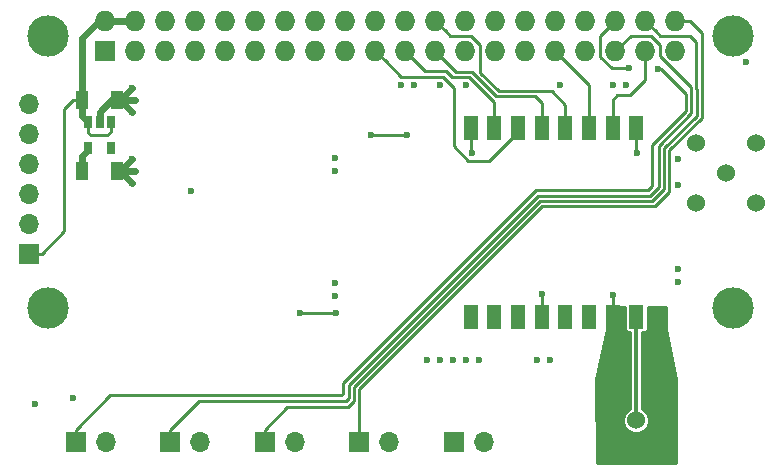
<source format=gbr>
G04 #@! TF.FileFunction,Copper,L4,Bot,Signal*
%FSLAX46Y46*%
G04 Gerber Fmt 4.6, Leading zero omitted, Abs format (unit mm)*
G04 Created by KiCad (PCBNEW 4.0.7) date 10/01/17 15:58:34*
%MOMM*%
%LPD*%
G01*
G04 APERTURE LIST*
%ADD10C,0.100000*%
%ADD11C,3.500000*%
%ADD12R,1.727200X1.727200*%
%ADD13O,1.727200X1.727200*%
%ADD14R,1.300000X2.000000*%
%ADD15C,1.524000*%
%ADD16R,1.000000X1.600000*%
%ADD17R,0.650000X1.060000*%
%ADD18R,1.700000X1.700000*%
%ADD19O,1.700000X1.700000*%
%ADD20C,0.600000*%
%ADD21C,0.250000*%
%ADD22C,0.600000*%
%ADD23C,0.800000*%
%ADD24C,0.380000*%
%ADD25C,0.150000*%
%ADD26C,0.254000*%
G04 APERTURE END LIST*
D10*
D11*
X113500000Y-86500000D03*
X113500000Y-63500000D03*
X171500000Y-63500000D03*
X171500000Y-86500000D03*
D12*
X118390000Y-64750000D03*
D13*
X118390000Y-62210000D03*
X120930000Y-64750000D03*
X120930000Y-62210000D03*
X123470000Y-64750000D03*
X123470000Y-62210000D03*
X126010000Y-64750000D03*
X126010000Y-62210000D03*
X128550000Y-64750000D03*
X128550000Y-62210000D03*
X131090000Y-64750000D03*
X131090000Y-62210000D03*
X133630000Y-64750000D03*
X133630000Y-62210000D03*
X136170000Y-64750000D03*
X136170000Y-62210000D03*
X138710000Y-64750000D03*
X138710000Y-62210000D03*
X141250000Y-64750000D03*
X141250000Y-62210000D03*
X143790000Y-64750000D03*
X143790000Y-62210000D03*
X146330000Y-64750000D03*
X146330000Y-62210000D03*
X148870000Y-64750000D03*
X148870000Y-62210000D03*
X151410000Y-64750000D03*
X151410000Y-62210000D03*
X153950000Y-64750000D03*
X153950000Y-62210000D03*
X156490000Y-64750000D03*
X156490000Y-62210000D03*
X159030000Y-64750000D03*
X159030000Y-62210000D03*
X161570000Y-64750000D03*
X161570000Y-62210000D03*
X164110000Y-64750000D03*
X164110000Y-62210000D03*
X166650000Y-64750000D03*
X166650000Y-62210000D03*
D14*
X163333000Y-87251000D03*
X161333000Y-87251000D03*
X159333000Y-87251000D03*
X157333000Y-87251000D03*
X155333000Y-87251000D03*
X153333000Y-87251000D03*
X151333000Y-87251000D03*
X149333000Y-87251000D03*
X149333000Y-71251000D03*
X151333000Y-71251000D03*
X153333000Y-71251000D03*
X155333000Y-71251000D03*
X157333000Y-71251000D03*
X159333000Y-71251000D03*
X161333000Y-71251000D03*
X163333000Y-71251000D03*
D15*
X160778000Y-98555000D03*
X160778000Y-93475000D03*
X165858000Y-98555000D03*
X165858000Y-93475000D03*
X163318000Y-96015000D03*
X173478000Y-77600000D03*
X168398000Y-77600000D03*
X173478000Y-72520000D03*
X168398000Y-72520000D03*
X170938000Y-75060000D03*
D16*
X116400000Y-68900000D03*
X119400000Y-68900000D03*
X116400000Y-74900000D03*
X119400000Y-74900000D03*
D17*
X116950000Y-70800000D03*
X117900000Y-70800000D03*
X118850000Y-70800000D03*
X118850000Y-73000000D03*
X116950000Y-73000000D03*
D18*
X115900000Y-97900000D03*
D19*
X118440000Y-97900000D03*
D18*
X111900000Y-81900000D03*
D19*
X111900000Y-79360000D03*
X111900000Y-76820000D03*
X111900000Y-74280000D03*
X111900000Y-71740000D03*
X111900000Y-69200000D03*
D18*
X147900000Y-97900000D03*
D19*
X150440000Y-97900000D03*
D18*
X123900000Y-97900000D03*
D19*
X126440000Y-97900000D03*
D18*
X131900000Y-97900000D03*
D19*
X134440000Y-97900000D03*
D18*
X139900000Y-97900000D03*
D19*
X142440000Y-97900000D03*
D20*
X112400000Y-94650000D03*
X172650000Y-65650000D03*
X165900000Y-95900000D03*
X160900000Y-95900000D03*
X161333000Y-87251000D03*
X164900000Y-88900000D03*
X164900000Y-90900000D03*
X161400000Y-85400000D03*
X163400000Y-73400000D03*
X149400000Y-73400000D03*
X125600000Y-76600000D03*
X143400000Y-67600000D03*
X137800000Y-74900000D03*
X137800000Y-84400000D03*
X145600000Y-90900000D03*
X146700000Y-90900000D03*
X148900000Y-90900000D03*
X150000000Y-90900000D03*
X156000000Y-90900000D03*
X161700000Y-90900000D03*
X166900000Y-84300000D03*
X166900000Y-83200000D03*
X166900000Y-76100000D03*
X166900000Y-73900000D03*
X162500000Y-67600000D03*
X161400000Y-67600000D03*
X156900000Y-67600000D03*
X148900000Y-67600000D03*
X146700000Y-67600000D03*
X120650000Y-75900000D03*
X120650000Y-73900000D03*
X120900000Y-74900000D03*
X120650000Y-69900000D03*
X120650000Y-67900000D03*
X120900000Y-68900000D03*
X115650000Y-94150000D03*
X155400000Y-85300000D03*
X144500000Y-67600000D03*
X137800000Y-73800000D03*
X137800000Y-85500000D03*
X147800000Y-90900000D03*
X154900000Y-90900000D03*
X134900000Y-86900000D03*
X137900000Y-86900000D03*
X143900000Y-71900000D03*
X140900000Y-71900000D03*
X165199809Y-66253720D03*
X162745761Y-66208483D03*
D21*
X114900000Y-69650000D02*
X114900000Y-80000000D01*
X114900000Y-80000000D02*
X113000000Y-81900000D01*
X113000000Y-81900000D02*
X111900000Y-81900000D01*
X116400000Y-68900000D02*
X115650000Y-68900000D01*
X115650000Y-68900000D02*
X114900000Y-69650000D01*
X118850000Y-70800000D02*
X118850000Y-71600000D01*
X116950000Y-71700000D02*
X116950000Y-70800000D01*
X117150000Y-71900000D02*
X116950000Y-71700000D01*
X118550000Y-71900000D02*
X117150000Y-71900000D01*
X118850000Y-71600000D02*
X118550000Y-71900000D01*
D22*
X116400000Y-68900000D02*
X116400000Y-70250000D01*
X116400000Y-70250000D02*
X116950000Y-70800000D01*
X120930000Y-62210000D02*
X118390000Y-62210000D01*
D23*
X118390000Y-62210000D02*
X118330000Y-62150000D01*
X118330000Y-62150000D02*
X117900000Y-62150000D01*
D22*
X117900000Y-62150000D02*
X116400000Y-63650000D01*
X116400000Y-63650000D02*
X116400000Y-68900000D01*
D24*
X165858000Y-98555000D02*
X165858000Y-95942000D01*
X165858000Y-95942000D02*
X165900000Y-95900000D01*
X160778000Y-93475000D02*
X160778000Y-95778000D01*
X160778000Y-95778000D02*
X160900000Y-95900000D01*
X164900000Y-90900000D02*
X164900000Y-88900000D01*
X165858000Y-93475000D02*
X165858000Y-91858000D01*
X165858000Y-91858000D02*
X164900000Y-90900000D01*
D21*
X161333000Y-87251000D02*
X161333000Y-85467000D01*
X161333000Y-85467000D02*
X161400000Y-85400000D01*
X163333000Y-71251000D02*
X163333000Y-73333000D01*
X163333000Y-73333000D02*
X163400000Y-73400000D01*
X149333000Y-71251000D02*
X149333000Y-73333000D01*
X149333000Y-73333000D02*
X149400000Y-73400000D01*
D22*
X119400000Y-74900000D02*
X119650000Y-74900000D01*
X119650000Y-74900000D02*
X120650000Y-75900000D01*
X119650000Y-74900000D02*
X120650000Y-73900000D01*
X119400000Y-74900000D02*
X120900000Y-74900000D01*
X117900000Y-70800000D02*
X117900000Y-69900000D01*
X117900000Y-69900000D02*
X118900000Y-68900000D01*
X118900000Y-68900000D02*
X119400000Y-68900000D01*
D23*
X119400000Y-68900000D02*
X119650000Y-68900000D01*
D22*
X119650000Y-68900000D02*
X120650000Y-69900000D01*
X119650000Y-68900000D02*
X120650000Y-67900000D01*
X119400000Y-68900000D02*
X120900000Y-68900000D01*
D21*
X155333000Y-87251000D02*
X155333000Y-85367000D01*
X155333000Y-85367000D02*
X155400000Y-85300000D01*
D22*
X116950000Y-73000000D02*
X116950000Y-73100000D01*
X116950000Y-73100000D02*
X116400000Y-73650000D01*
X116400000Y-73650000D02*
X116400000Y-74900000D01*
D21*
X146330000Y-64750000D02*
X148104989Y-66524989D01*
X148104989Y-66524989D02*
X149424989Y-66524989D01*
X149424989Y-66524989D02*
X151500000Y-68600000D01*
X151500000Y-68600000D02*
X154803367Y-68600000D01*
X154803367Y-68600000D02*
X155333000Y-69129633D01*
X155333000Y-69129633D02*
X155333000Y-71251000D01*
D24*
X163333000Y-87251000D02*
X163333000Y-96000000D01*
X163333000Y-96000000D02*
X163318000Y-96015000D01*
D21*
X137900000Y-86900000D02*
X134900000Y-86900000D01*
X140900000Y-71900000D02*
X143900000Y-71900000D01*
X153333000Y-71251000D02*
X153333000Y-71601000D01*
X153333000Y-71601000D02*
X150908999Y-74025001D01*
X150908999Y-74025001D02*
X149099999Y-74025001D01*
X149099999Y-74025001D02*
X147900000Y-72825002D01*
X147900000Y-72825002D02*
X147900000Y-67862212D01*
X142113599Y-65613599D02*
X141250000Y-64750000D01*
X147900000Y-67862212D02*
X146954735Y-66916947D01*
X146954735Y-66916947D02*
X143416947Y-66916947D01*
X143416947Y-66916947D02*
X142113599Y-65613599D01*
X143790000Y-64750000D02*
X143790000Y-64773641D01*
X143790000Y-64773641D02*
X145483296Y-66466937D01*
X145483296Y-66466937D02*
X147223678Y-66466937D01*
X147223678Y-66466937D02*
X147731740Y-66974999D01*
X147731740Y-66974999D02*
X149200001Y-66974999D01*
X151333000Y-70001000D02*
X151333000Y-71251000D01*
X149200001Y-66974999D02*
X151333000Y-69107998D01*
X151333000Y-69107998D02*
X151333000Y-70001000D01*
X151333000Y-71251000D02*
X151333000Y-70901000D01*
X157333000Y-71251000D02*
X157333000Y-69299980D01*
X157333000Y-69299980D02*
X156183010Y-68149990D01*
X156183010Y-68149990D02*
X151686400Y-68149990D01*
X151686400Y-68149990D02*
X150114898Y-66578488D01*
X150114898Y-64235768D02*
X149362184Y-63483054D01*
X150114898Y-66578488D02*
X150114898Y-64235768D01*
X149362184Y-63483054D02*
X147603054Y-63483054D01*
X147603054Y-63483054D02*
X147193599Y-63073599D01*
X147193599Y-63073599D02*
X146330000Y-62210000D01*
X161333000Y-71251000D02*
X161333000Y-68867000D01*
X161333000Y-68867000D02*
X161700000Y-68500000D01*
X164110000Y-67212014D02*
X164110000Y-65971314D01*
X161700000Y-68500000D02*
X162822014Y-68500000D01*
X162822014Y-68500000D02*
X164110000Y-67212014D01*
X164110000Y-65971314D02*
X164110000Y-64750000D01*
X159333000Y-71251000D02*
X159333000Y-67593000D01*
X159333000Y-67593000D02*
X156490000Y-64750000D01*
D25*
X136170000Y-64750000D02*
X136215833Y-64795833D01*
D21*
X154840800Y-76549970D02*
X164340800Y-76549970D01*
X167543251Y-69825366D02*
X167543251Y-68378570D01*
X118800000Y-93900000D02*
X138400000Y-93900000D01*
X165418401Y-66253720D02*
X165199809Y-66253720D01*
X115900000Y-96800000D02*
X118800000Y-93900000D01*
X138549972Y-93750028D02*
X138549973Y-92840797D01*
X115900000Y-97900000D02*
X115900000Y-96800000D01*
X138400000Y-93900000D02*
X138549972Y-93750028D01*
X167543251Y-68378570D02*
X165418401Y-66253720D01*
X138549973Y-92840797D02*
X154840800Y-76549970D01*
X164679594Y-76211176D02*
X164679594Y-72689023D01*
X164340800Y-76549970D02*
X164679594Y-76211176D01*
X164679594Y-72689023D02*
X167543251Y-69825366D01*
X162321497Y-66208483D02*
X162745761Y-66208483D01*
X160299108Y-63480892D02*
X160299108Y-65238238D01*
X161570000Y-62210000D02*
X160299108Y-63480892D01*
X160299108Y-65238238D02*
X161269353Y-66208483D01*
X161269353Y-66208483D02*
X162321497Y-66208483D01*
X155027199Y-76999981D02*
X138999983Y-93027197D01*
X165249980Y-76277200D02*
X164527200Y-76999981D01*
X138763590Y-94400000D02*
X126300000Y-94400000D01*
X164584183Y-63465053D02*
X165353457Y-64234327D01*
X138999981Y-94163609D02*
X138763590Y-94400000D01*
X167982519Y-68181427D02*
X167993262Y-68192170D01*
X164527200Y-76999981D02*
X155027199Y-76999981D01*
X165249980Y-72786438D02*
X165249980Y-76277200D01*
X165353457Y-65212587D02*
X167982519Y-67841649D01*
X165353457Y-64234327D02*
X165353457Y-65212587D01*
X162854947Y-63465053D02*
X164584183Y-63465053D01*
X161570000Y-64750000D02*
X162854947Y-63465053D01*
X167982519Y-67841649D02*
X167982519Y-68181427D01*
X167993262Y-70043156D02*
X165249980Y-72786438D01*
X123900000Y-96800000D02*
X123900000Y-97900000D01*
X126300000Y-94400000D02*
X123900000Y-96800000D01*
X138999983Y-93027197D02*
X138999981Y-94163609D01*
X167993262Y-68192170D02*
X167993262Y-70043156D01*
X165359812Y-63459812D02*
X164973599Y-63073599D01*
X168443273Y-68005770D02*
X168432529Y-67995026D01*
X168443273Y-70229556D02*
X168443273Y-68005770D01*
X165699991Y-72972837D02*
X168443273Y-70229556D01*
X165699991Y-76463600D02*
X165699991Y-72972837D01*
X133800000Y-94900000D02*
X138900000Y-94900000D01*
X164713600Y-77449992D02*
X165699991Y-76463600D01*
X139449993Y-93213597D02*
X155213598Y-77449992D01*
X131900000Y-96800000D02*
X133800000Y-94900000D01*
X164973599Y-63073599D02*
X164110000Y-62210000D01*
X138900000Y-94900000D02*
X139449991Y-94350008D01*
X139449991Y-94350008D02*
X139449993Y-93213597D01*
X168432529Y-64008053D02*
X167884288Y-63459812D01*
X168432529Y-67995026D02*
X168432529Y-64008053D01*
X131900000Y-97900000D02*
X131900000Y-96800000D01*
X167884288Y-63459812D02*
X165359812Y-63459812D01*
X155213598Y-77449992D02*
X164713600Y-77449992D01*
D25*
X164110000Y-62210000D02*
X163819013Y-62500987D01*
D21*
X139900000Y-97900000D02*
X139900000Y-93400000D01*
X139900000Y-93400000D02*
X155400000Y-77900000D01*
X155400000Y-77900000D02*
X164900000Y-77900000D01*
X166150000Y-73159238D02*
X168900000Y-70409238D01*
X164900000Y-77900000D02*
X166150000Y-76650000D01*
X166150000Y-76650000D02*
X166150000Y-73159238D01*
X168900000Y-70409238D02*
X168900000Y-63217300D01*
X168900000Y-63217300D02*
X167892700Y-62210000D01*
X167892700Y-62210000D02*
X166650000Y-62210000D01*
D26*
G36*
X162349594Y-88251000D02*
X162372395Y-88372179D01*
X162444012Y-88483474D01*
X162553286Y-88558138D01*
X162683000Y-88584406D01*
X162816000Y-88584406D01*
X162816000Y-95044122D01*
X162701937Y-95091252D01*
X162395329Y-95397326D01*
X162229189Y-95797434D01*
X162228811Y-96230665D01*
X162394252Y-96631063D01*
X162700326Y-96937671D01*
X163100434Y-97103811D01*
X163533665Y-97104189D01*
X163934063Y-96938748D01*
X164240671Y-96632674D01*
X164406811Y-96232566D01*
X164407189Y-95799335D01*
X164241748Y-95398937D01*
X163935674Y-95092329D01*
X163850000Y-95056754D01*
X163850000Y-88584406D01*
X163983000Y-88584406D01*
X164104179Y-88561605D01*
X164215474Y-88489988D01*
X164290138Y-88380714D01*
X164316406Y-88251000D01*
X164316406Y-86427000D01*
X165873000Y-86427000D01*
X165873000Y-88300000D01*
X165875243Y-88323763D01*
X166673000Y-92511987D01*
X166673000Y-99648000D01*
X160022318Y-99648000D01*
X159927180Y-92512616D01*
X160824181Y-88326610D01*
X160827000Y-88300000D01*
X160827000Y-86427000D01*
X162349594Y-86427000D01*
X162349594Y-88251000D01*
X162349594Y-88251000D01*
G37*
X162349594Y-88251000D02*
X162372395Y-88372179D01*
X162444012Y-88483474D01*
X162553286Y-88558138D01*
X162683000Y-88584406D01*
X162816000Y-88584406D01*
X162816000Y-95044122D01*
X162701937Y-95091252D01*
X162395329Y-95397326D01*
X162229189Y-95797434D01*
X162228811Y-96230665D01*
X162394252Y-96631063D01*
X162700326Y-96937671D01*
X163100434Y-97103811D01*
X163533665Y-97104189D01*
X163934063Y-96938748D01*
X164240671Y-96632674D01*
X164406811Y-96232566D01*
X164407189Y-95799335D01*
X164241748Y-95398937D01*
X163935674Y-95092329D01*
X163850000Y-95056754D01*
X163850000Y-88584406D01*
X163983000Y-88584406D01*
X164104179Y-88561605D01*
X164215474Y-88489988D01*
X164290138Y-88380714D01*
X164316406Y-88251000D01*
X164316406Y-86427000D01*
X165873000Y-86427000D01*
X165873000Y-88300000D01*
X165875243Y-88323763D01*
X166673000Y-92511987D01*
X166673000Y-99648000D01*
X160022318Y-99648000D01*
X159927180Y-92512616D01*
X160824181Y-88326610D01*
X160827000Y-88300000D01*
X160827000Y-86427000D01*
X162349594Y-86427000D01*
X162349594Y-88251000D01*
M02*

</source>
